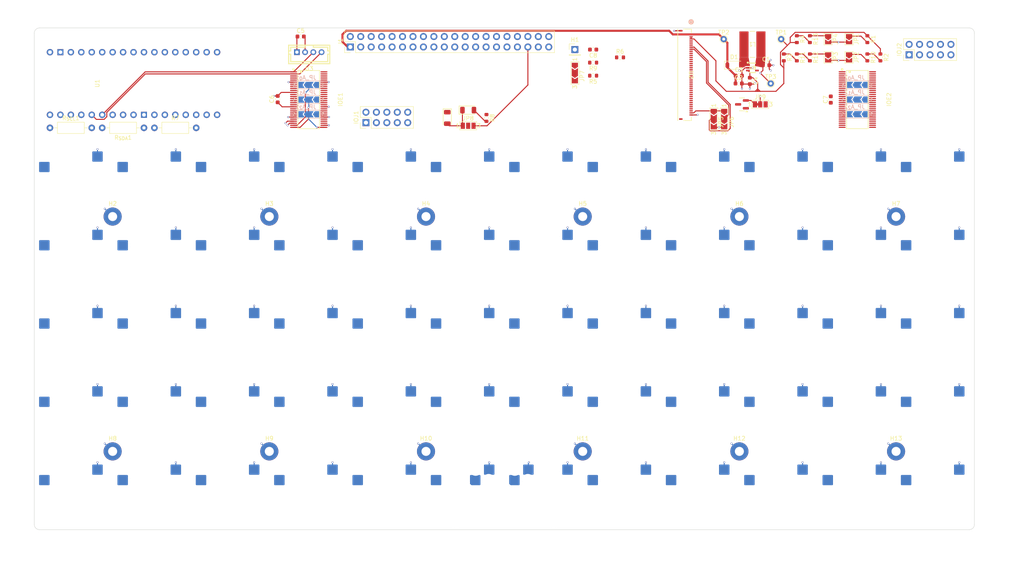
<source format=kicad_pcb>
(kicad_pcb
	(version 20241229)
	(generator "pcbnew")
	(generator_version "9.0")
	(general
		(thickness 1.6)
		(legacy_teardrops no)
	)
	(paper "A4")
	(layers
		(0 "F.Cu" signal)
		(4 "In1.Cu" signal)
		(6 "In2.Cu" signal)
		(2 "B.Cu" signal)
		(9 "F.Adhes" user "F.Adhesive")
		(11 "B.Adhes" user "B.Adhesive")
		(13 "F.Paste" user)
		(15 "B.Paste" user)
		(5 "F.SilkS" user "F.Silkscreen")
		(7 "B.SilkS" user "B.Silkscreen")
		(1 "F.Mask" user)
		(3 "B.Mask" user)
		(17 "Dwgs.User" user "User.Drawings")
		(19 "Cmts.User" user "User.Comments")
		(21 "Eco1.User" user "User.Eco1")
		(23 "Eco2.User" user "User.Eco2")
		(25 "Edge.Cuts" user)
		(27 "Margin" user)
		(31 "F.CrtYd" user "F.Courtyard")
		(29 "B.CrtYd" user "B.Courtyard")
		(35 "F.Fab" user)
		(33 "B.Fab" user)
		(39 "User.1" user)
		(41 "User.2" user)
		(43 "User.3" user)
		(45 "User.4" user)
		(47 "User.5" user)
		(49 "User.6" user)
		(51 "User.7" user)
		(53 "User.8" user)
		(55 "User.9" user)
	)
	(setup
		(stackup
			(layer "F.SilkS"
				(type "Top Silk Screen")
			)
			(layer "F.Paste"
				(type "Top Solder Paste")
			)
			(layer "F.Mask"
				(type "Top Solder Mask")
				(thickness 0.01)
			)
			(layer "F.Cu"
				(type "copper")
				(thickness 0.035)
			)
			(layer "dielectric 1"
				(type "prepreg")
				(thickness 0.1)
				(material "FR4")
				(epsilon_r 4.5)
				(loss_tangent 0.02)
			)
			(layer "In1.Cu"
				(type "copper")
				(thickness 0.035)
			)
			(layer "dielectric 2"
				(type "core")
				(thickness 1.24)
				(material "FR4")
				(epsilon_r 4.5)
				(loss_tangent 0.02)
			)
			(layer "In2.Cu"
				(type "copper")
				(thickness 0.035)
			)
			(layer "dielectric 3"
				(type "prepreg")
				(thickness 0.1)
				(material "FR4")
				(epsilon_r 4.5)
				(loss_tangent 0.02)
			)
			(layer "B.Cu"
				(type "copper")
				(thickness 0.035)
			)
			(layer "B.Mask"
				(type "Bottom Solder Mask")
				(thickness 0.01)
			)
			(layer "B.Paste"
				(type "Bottom Solder Paste")
			)
			(layer "B.SilkS"
				(type "Bottom Silk Screen")
			)
			(copper_finish "HAL lead-free")
			(dielectric_constraints no)
		)
		(pad_to_mask_clearance 0)
		(allow_soldermask_bridges_in_footprints no)
		(tenting front back)
		(pcbplotparams
			(layerselection 0x00000000_00000000_55555555_5755f5ff)
			(plot_on_all_layers_selection 0x00000000_00000000_00000000_00000000)
			(disableapertmacros no)
			(usegerberextensions no)
			(usegerberattributes yes)
			(usegerberadvancedattributes yes)
			(creategerberjobfile yes)
			(dashed_line_dash_ratio 12.000000)
			(dashed_line_gap_ratio 3.000000)
			(svgprecision 4)
			(plotframeref no)
			(mode 1)
			(useauxorigin no)
			(hpglpennumber 1)
			(hpglpenspeed 20)
			(hpglpendiameter 15.000000)
			(pdf_front_fp_property_popups yes)
			(pdf_back_fp_property_popups yes)
			(pdf_metadata yes)
			(pdf_single_document no)
			(dxfpolygonmode yes)
			(dxfimperialunits yes)
			(dxfusepcbnewfont yes)
			(psnegative no)
			(psa4output no)
			(plot_black_and_white yes)
			(sketchpadsonfab no)
			(plotpadnumbers no)
			(hidednponfab no)
			(sketchdnponfab yes)
			(crossoutdnponfab yes)
			(subtractmaskfromsilk no)
			(outputformat 1)
			(mirror no)
			(drillshape 1)
			(scaleselection 1)
			(outputdirectory "")
		)
	)
	(net 0 "")
	(net 1 "/LEDA_{TFT}")
	(net 2 "/LEDK_{TFT}")
	(net 3 "+3.3V")
	(net 4 "+5V")
	(net 5 "Net-(D2-A)")
	(net 6 "~{RST}")
	(net 7 "/~{RST_{TFT{slash}TP}}")
	(net 8 "/CS_{SPI{slash}TFT}")
	(net 9 "/Switch Matrix Left Half/SWPIN_{4,2}")
	(net 10 "/Switch Matrix Left Half/SWPIN_{0,2}")
	(net 11 "/Switch Matrix Left Half/SWPIN_{1,7}")
	(net 12 "/Switch Matrix Left Half/SWPIN_{3,7}")
	(net 13 "/Switch Matrix Left Half/SWPIN_{4,6}")
	(net 14 "/Switch Matrix Left Half/SWPIN_{3,5}")
	(net 15 "/Switch Matrix Left Half/SWPIN_{4,0}")
	(net 16 "/Switch Matrix Left Half/SWPIN_{2,1}")
	(net 17 "/Switch Matrix Left Half/SWPIN_{0,6}")
	(net 18 "/INT_{LR}")
	(net 19 "/Switch Matrix Left Half/SWPIN_{2,0}")
	(net 20 "/Switch Matrix Left Half/SWPIN_{1,2}")
	(net 21 "/Switch Matrix Left Half/SWPIN_{0,7}")
	(net 22 "/Switch Matrix Left Half/SWPIN_{0,4}")
	(net 23 "/Switch Matrix Left Half/SWPIN_{1,5}")
	(net 24 "/Switch Matrix Left Half/SWPIN_{2,2}")
	(net 25 "/Switch Matrix Left Half/SWPIN_{3,3}")
	(net 26 "/Switch Matrix Left Half/SWPIN_{4,3}")
	(net 27 "Net-(IOE1-A2)")
	(net 28 "/Switch Matrix Left Half/SWPIN_{2,6}")
	(net 29 "/Switch Matrix Left Half/SWPIN_{3,0}")
	(net 30 "/Switch Matrix Left Half/SWPIN_{4,7}")
	(net 31 "/Switch Matrix Left Half/SWPIN_{1,0}")
	(net 32 "Net-(IOE1-A0)")
	(net 33 "/Switch Matrix Left Half/SWPIN_{1,3}")
	(net 34 "/Switch Matrix Left Half/SWPIN_{1,4}")
	(net 35 "/Switch Matrix Left Half/SWPIN_{2,4}")
	(net 36 "/Switch Matrix Left Half/SWPIN_{2,5}")
	(net 37 "Net-(IOE1-A1)")
	(net 38 "/Switch Matrix Left Half/SWPIN_{3,1}")
	(net 39 "SCL")
	(net 40 "/Switch Matrix Left Half/SWPIN_{4,4}")
	(net 41 "/Switch Matrix Left Half/SWPIN_{0,0}")
	(net 42 "/Switch Matrix Left Half/SWPIN_{4,5}")
	(net 43 "/Switch Matrix Left Half/SWPIN_{3,6}")
	(net 44 "/Switch Matrix Left Half/SWPIN_{4,1}")
	(net 45 "/Switch Matrix Left Half/SWPIN_{1,1}")
	(net 46 "/Switch Matrix Left Half/SWPIN_{3,4}")
	(net 47 "/Switch Matrix Left Half/SWPIN_{0,3}")
	(net 48 "/Switch Matrix Left Half/SWPIN_{1,6}")
	(net 49 "/Switch Matrix Left Half/SWPIN_{2,7}")
	(net 50 "/Switch Matrix Left Half/SWPIN_{3,2}")
	(net 51 "SDA")
	(net 52 "/Switch Matrix Left Half/SWPIN_{2,3}")
	(net 53 "/Switch Matrix Left Half/SWPIN_{0,5}")
	(net 54 "/Switch Matrix Left Half/SWPIN_{0,1}")
	(net 55 "/Switch Matrix Right Half/SWPIN_{1,6}")
	(net 56 "/Switch Matrix Right Half/SWPIN_{4,4}")
	(net 57 "/Switch Matrix Right Half/SWPIN_{3,4}")
	(net 58 "Net-(IOE2-A0)")
	(net 59 "/Switch Matrix Right Half/SWPIN_{1,0}")
	(net 60 "/Switch Matrix Right Half/SWPIN_{2,3}")
	(net 61 "/Switch Matrix Right Half/SWPIN_{3,6}")
	(net 62 "Net-(IOE2-A1)")
	(net 63 "/Switch Matrix Right Half/SWPIN_{3,0}")
	(net 64 "/Switch Matrix Right Half/SWPIN_{0,2}")
	(net 65 "/Switch Matrix Right Half/SWPIN_{3,2}")
	(net 66 "/Switch Matrix Right Half/SWPIN_{1,3}")
	(net 67 "/Switch Matrix Right Half/SWPIN_{4,6}")
	(net 68 "/Switch Matrix Right Half/SWPIN_{2,4}")
	(net 69 "/Switch Matrix Right Half/SWPIN_{2,6}")
	(net 70 "/Switch Matrix Right Half/SWPIN_{1,4}")
	(net 71 "/Switch Matrix Right Half/SWPIN_{3,7}")
	(net 72 "/Switch Matrix Right Half/SWPIN_{3,5}")
	(net 73 "/Switch Matrix Right Half/SWPIN_{2,5}")
	(net 74 "/Switch Matrix Right Half/SWPIN_{4,5}")
	(net 75 "/Switch Matrix Right Half/SWPIN_{2,0}")
	(net 76 "unconnected-(U1-VBAT-Pad1)")
	(net 77 "/Switch Matrix Right Half/SWPIN_{4,0}")
	(net 78 "GND")
	(net 79 "/Switch Matrix Right Half/SWPIN_{1,2}")
	(net 80 "/Switch Matrix Right Half/SWPIN_{0,3}")
	(net 81 "/Switch Matrix Right Half/SWPIN_{0,7}")
	(net 82 "Net-(IOE2-A2)")
	(net 83 "/Switch Matrix Right Half/SWPIN_{2,2}")
	(net 84 "/Switch Matrix Right Half/SWPIN_{0,1}")
	(net 85 "/Switch Matrix Right Half/SWPIN_{0,4}")
	(net 86 "/Switch Matrix Right Half/SWPIN_{4,7}")
	(net 87 "/Switch Matrix Right Half/SWPIN_{0,0}")
	(net 88 "/Switch Matrix Right Half/SWPIN_{4,3}")
	(net 89 "/Switch Matrix Right Half/SWPIN_{2,7}")
	(net 90 "/Switch Matrix Right Half/SWPIN_{1,1}")
	(net 91 "/Switch Matrix Right Half/SWPIN_{0,5}")
	(net 92 "/Switch Matrix Right Half/SWPIN_{4,2}")
	(net 93 "/Switch Matrix Right Half/SWPIN_{0,6}")
	(net 94 "/Switch Matrix Right Half/SWPIN_{3,1}")
	(net 95 "/G5")
	(net 96 "/Switch Matrix Right Half/SWPIN_{2,1}")
	(net 97 "/Switch Matrix Right Half/SWPIN_{1,7}")
	(net 98 "/Switch Matrix Right Half/SWPIN_{4,1}")
	(net 99 "/Switch Matrix Right Half/SWPIN_{1,5}")
	(net 100 "/R1")
	(net 101 "/R5")
	(net 102 "/B1")
	(net 103 "/G2")
	(net 104 "/Switch Matrix Right Half/SWPIN_{3,3}")
	(net 105 "/SCK_{SPI}")
	(net 106 "/HSYNC_{TFT}")
	(net 107 "/B4")
	(net 108 "/G4")
	(net 109 "/MOSI_{SPI}")
	(net 110 "/IM0")
	(net 111 "+3.3V_{LDO2}")
	(net 112 "/G3")
	(net 113 "/DE_{TFT}")
	(net 114 "/IM1")
	(net 115 "/G1")
	(net 116 "/B2")
	(net 117 "/G0")
	(net 118 "/INT_{TP}")
	(net 119 "/R3")
	(net 120 "Net-(J1-Pin_12)")
	(net 121 "/R2")
	(net 122 "/VSYNC_{TFT}")
	(net 123 "Net-(JP1-A)")
	(net 124 "/B5")
	(net 125 "Net-(JP2-A)")
	(net 126 "/R4")
	(net 127 "Net-(JP3-A)")
	(net 128 "Net-(JP4-A)")
	(net 129 "/B3")
	(net 130 "/INT_{TP}{slash}~{RST_{TFT{slash}TP}}")
	(net 131 "Net-(JP9-A)")
	(net 132 "Net-(Q1-G)")
	(net 133 "/PCLK_{TFT}")
	(net 134 "/BGPWM_{TFT}")
	(net 135 "Net-(R10-Pad1)")
	(net 136 "Net-(R11-Pad2)")
	(net 137 "Net-(R13-Pad2)")
	(net 138 "Net-(R11-Pad1)")
	(net 139 "Net-(JP7-C)")
	(net 140 "/Backlight Boost Converter/VIN_{BST}")
	(net 141 "/Backlight Boost Converter/SW_{BST}")
	(footprint "easyeda2kicad:TSSOP-56_L14.0-W6.1-P0.50-LS8.1-BL" (layer "F.Cu") (at 226.17 55.98 -90))
	(footprint "MountingHole:MountingHole_2.2mm_M2_Pad" (layer "F.Cu") (at 197.485 141.605))
	(footprint "easyeda2kicad:TSSOP-56_L14.0-W6.1-P0.50-LS8.1-BL" (layer "F.Cu") (at 92.77 55.99 -90))
	(footprint "Resistor_SMD:R_0603_1608Metric" (layer "F.Cu") (at 214.63 41.275 -90))
	(footprint "Project_Library:CONN_F3311A7H121040E200_AMP" (layer "F.Cu") (at 184.15 49.975 -90))
	(footprint "easyeda2kicad:CONN-TH_B4B-PH-K-LF-SN" (layer "F.Cu") (at 92.885 44.45 180))
	(footprint "Capacitor_SMD:C_0603_1608Metric" (layer "F.Cu") (at 203.975 47.625))
	(footprint "Resistor_SMD:R_0603_1608Metric" (layer "F.Cu") (at 211.455 41.275 -90))
	(footprint "TestPoint:TestPoint_THTPad_D1.5mm_Drill0.7mm" (layer "F.Cu") (at 207.645 41.275))
	(footprint "Resistor_THT:R_Axial_DIN0207_L6.3mm_D2.5mm_P10.16mm_Horizontal" (layer "F.Cu") (at 55.245 62.865))
	(footprint "Resistor_SMD:R_0603_1608Metric" (layer "F.Cu") (at 168.465 45.72))
	(footprint "Connector_PinHeader_2.54mm:PinHeader_2x05_P2.54mm_Vertical" (layer "F.Cu") (at 106.68 61.6 90))
	(footprint "Project_Library:IND_BOURNS_SRR5028" (layer "F.Cu") (at 200.66 42.545 180))
	(footprint "MountingHole:MountingHole_2.2mm_M2_Pad" (layer "F.Cu") (at 121.285 84.455))
	(footprint "UnexpectedMaker:ProS3_TH" (layer "F.Cu") (at 50.165 52.05 90))
	(footprint "Diode_SMD:D_SOD-123" (layer "F.Cu") (at 196.215 47.625))
	(footprint "Resistor_SMD:R_0603_1608Metric" (layer "F.Cu") (at 211.455 45.72 -90))
	(footprint "Resistor_SMD:R_0603_1608Metric" (layer "F.Cu") (at 228.6 41.275 -90))
	(footprint "Connector_PinHeader_2.54mm:PinHeader_1x01_P2.54mm_Vertical" (layer "F.Cu") (at 157.48 43.815))
	(footprint "MountingHole:MountingHole_2.2mm_M2_Pad" (layer "F.Cu") (at 45.085 84.455))
	(footprint "Resistor_SMD:R_0603_1608Metric" (layer "F.Cu") (at 135.987 60.452 -90))
	(footprint "Jumper:SolderJumper-2_P1.3mm_Open_TrianglePad1.0x1.5mm" (layer "F.Cu") (at 224.155 41.275 -90))
	(footprint "MountingHole:MountingHole_2.2mm_M2_Pad" (layer "F.Cu") (at 83.185 141.605))
	(footprint "Jumper:SolderJumper-2_P1.3mm_Open_TrianglePad1.0x1.5mm" (layer "F.Cu") (at 224.155 45.72 -90))
	(footprint "Capacitor_SMD:C_0603_1608Metric" (layer "F.Cu") (at 219.71 55.98 90))
	(footprint "Resistor_THT:R_Axial_DIN0207_L6.3mm_D2.5mm_P10.16mm_Horizontal" (layer "F.Cu") (at 29.845 62.865))
	(footprint "PCM_JLCPCB:Q_SOT-23" (layer "F.Cu") (at 198.12 57.15 180))
	(footprint "Jumper:SolderJumper-3_P1.3mm_Open_Pad1.0x1.5mm_NumberLabels" (layer "F.Cu") (at 131.542 62.357))
	(footprint "MountingHole:MountingHole_2.2mm_M2_Pad" (layer "F.Cu") (at 159.385 84.455))
	(footprint "Jumper:SolderJumper-2_P1.3mm_Open_TrianglePad1.0x1.5mm" (layer "F.Cu") (at 219.075 45.72 -90))
	(footprint "MountingHole:MountingHole_2.2mm_M2_Pad" (layer "F.Cu") (at 235.585 84.455))
	(footprint "Resistor_SMD:R_0603_1608Metric" (layer "F.Cu") (at 208.28 45.72 -90))
	(footprint "Jumper:SolderJumper-2_P1.3mm_Open_TrianglePad1.0x1.5mm" (layer "F.Cu") (at 219.075 41.275 -90))
	(footprint "PCM_JLCPCB:D_SOD-123FL" (layer "F.Cu") (at 126.462 60.452 -90))
	(footprint "Resistor_SMD:R_0603_1608Metric"
		(layer "F.Cu")
		(uuid "94b58f35-dc6e-4854-b9bc-c8f92f6a87af")
		(at 231.775 45.72 -90)
		(descr "Resistor SMD 0603 (1608 Metric), square (rectangular) end terminal, IPC-7351 nominal, (Body size source: IPC-SM-782 page 72, https://www.pcb-3d.com/wordpress/wp-content/uploads/ipc-sm-782a_amendment_1_and_2.pdf), generated with kicad-footprint-generator")
		(tags "resistor")
		(property "Reference" "R2"
			(at 0 -1.43 90)
			(layer "F.SilkS")
			(uuid "042f0d98-1a2e-478a-96c6-c3626378b53a")
			(effects
				(font
					(size 1 1)
					(thickness 0.15)
				)
			)
		)
		(property "Value" "20 Ohm"
			(at 0 1.43 90)
			(layer "F.Fab")
			(uuid "116e6338-158d-4e2a-8b93-de31b57d2a5d")
			(effects
				(font
					(size 1 1)
					(thickness 0.15)
				)
			)
		)
		(property "Datasheet" "~"
			(at 0 0 90)
			(layer "F.Fab")
			(hide yes)
			(uuid "c8cb7783-45f9-45ea-ad15-07e692b9fee5")
			(effects
				(font
					(size 1.27 1.27)
					(thickness 0.15)
				)
			)
		)
		(property "Description" "Resistor"
			(at 0 0 90)
			(layer "F.Fab")
			(hide yes)
			(uuid "8c6cd404-fea5-4054-8257-77977a8d902d")
			(effects
				(font
					(size 1.27 1.27)
					(thickness 0.15)
				)
			)
		)
		(property "LCSC" ""
			(at 0 0 90)
			(layer "F.SilkS")
			(hide yes)
			(uuid "4292f85d-c8e0-4f0e-9d0f-21108b697875")
			(effects
				(font
					(size 1.27 1.27)
					(thickness 0.15)
				)
			)
		)
		(property ki_fp_filters "R_*")
		(path "/628f2de5-a5de-421c-af90-8153f9f7644b/22abb952-478a-46a0-ada1-733d1b8a97b5")
		(sheetname "/Backlight Boost Converter/")
		(sheetfile "backlight_boost_converter.kicad_sch")
		(attr smd)
		(fp_line
			(start -0.237258 0.5225)
			(end 0.237258 0.5225)
			(stroke
				(width 0.12)
				(type solid)
			)
			(layer "F.SilkS")
			(uuid "f941ef98-b5f4-4475-bc23-6ae9ba3efb5d")
		)
		(fp_line
			(start -0.237258 -0.5225)
			(end 0.237258 -0.5225)
			(stroke
				(width 0.12)
				(type solid)
			)
			(layer "F.SilkS")
			(uuid "6885c2c4-4ae2-4a8a-8299-1ada162b06f8")
		)
		(fp_line
			(start -1.48 0.73)
			(end -1.48 -0.73)
			(stroke
				(width 0.05)
				(type solid)
			)
			(layer "F.CrtYd")
			(uuid "801a5bfe-1fe3-47b6-b7ae-415b0c2ddce4")
		)
		(fp_line
			(start 1.48 0.73)
			(end -1.48 0.73)
			(stroke
				(width 0.05)
				(type solid)
			)
			(layer "F.CrtYd")
			(uuid "f6eebaee-b194-41b2-b05d-65841cf32eb6")
		)
		(fp_line
			(start -1.48 -0.73)
			(end 1.48 -0.73)
			(stroke
				(width 0.05)
				(type solid)
			
... [1277469 chars truncated]
</source>
